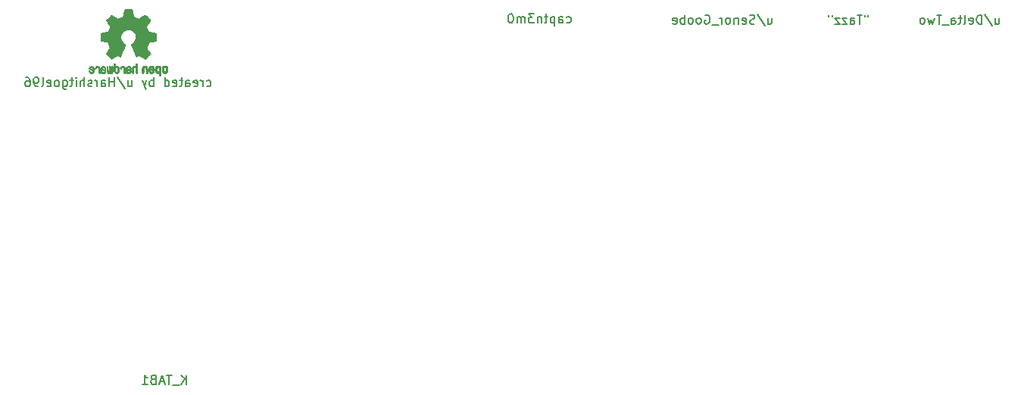
<source format=gbr>
G04 #@! TF.GenerationSoftware,KiCad,Pcbnew,(5.1.5)-3*
G04 #@! TF.CreationDate,2020-03-17T18:41:03+05:30*
G04 #@! TF.ProjectId,ergocape,6572676f-6361-4706-952e-6b696361645f,rev?*
G04 #@! TF.SameCoordinates,Original*
G04 #@! TF.FileFunction,Legend,Bot*
G04 #@! TF.FilePolarity,Positive*
%FSLAX46Y46*%
G04 Gerber Fmt 4.6, Leading zero omitted, Abs format (unit mm)*
G04 Created by KiCad (PCBNEW (5.1.5)-3) date 2020-03-17 18:41:03*
%MOMM*%
%LPD*%
G04 APERTURE LIST*
%ADD10C,0.150000*%
%ADD11C,0.010000*%
G04 APERTURE END LIST*
D10*
X64895761Y-26439761D02*
X64991000Y-26487380D01*
X65181476Y-26487380D01*
X65276714Y-26439761D01*
X65324333Y-26392142D01*
X65371952Y-26296904D01*
X65371952Y-26011190D01*
X65324333Y-25915952D01*
X65276714Y-25868333D01*
X65181476Y-25820714D01*
X64991000Y-25820714D01*
X64895761Y-25868333D01*
X64467190Y-26487380D02*
X64467190Y-25820714D01*
X64467190Y-26011190D02*
X64419571Y-25915952D01*
X64371952Y-25868333D01*
X64276714Y-25820714D01*
X64181476Y-25820714D01*
X63467190Y-26439761D02*
X63562428Y-26487380D01*
X63752904Y-26487380D01*
X63848142Y-26439761D01*
X63895761Y-26344523D01*
X63895761Y-25963571D01*
X63848142Y-25868333D01*
X63752904Y-25820714D01*
X63562428Y-25820714D01*
X63467190Y-25868333D01*
X63419571Y-25963571D01*
X63419571Y-26058809D01*
X63895761Y-26154047D01*
X62562428Y-26487380D02*
X62562428Y-25963571D01*
X62610047Y-25868333D01*
X62705285Y-25820714D01*
X62895761Y-25820714D01*
X62991000Y-25868333D01*
X62562428Y-26439761D02*
X62657666Y-26487380D01*
X62895761Y-26487380D01*
X62991000Y-26439761D01*
X63038619Y-26344523D01*
X63038619Y-26249285D01*
X62991000Y-26154047D01*
X62895761Y-26106428D01*
X62657666Y-26106428D01*
X62562428Y-26058809D01*
X62229095Y-25820714D02*
X61848142Y-25820714D01*
X62086238Y-25487380D02*
X62086238Y-26344523D01*
X62038619Y-26439761D01*
X61943380Y-26487380D01*
X61848142Y-26487380D01*
X61133857Y-26439761D02*
X61229095Y-26487380D01*
X61419571Y-26487380D01*
X61514809Y-26439761D01*
X61562428Y-26344523D01*
X61562428Y-25963571D01*
X61514809Y-25868333D01*
X61419571Y-25820714D01*
X61229095Y-25820714D01*
X61133857Y-25868333D01*
X61086238Y-25963571D01*
X61086238Y-26058809D01*
X61562428Y-26154047D01*
X60229095Y-26487380D02*
X60229095Y-25487380D01*
X60229095Y-26439761D02*
X60324333Y-26487380D01*
X60514809Y-26487380D01*
X60610047Y-26439761D01*
X60657666Y-26392142D01*
X60705285Y-26296904D01*
X60705285Y-26011190D01*
X60657666Y-25915952D01*
X60610047Y-25868333D01*
X60514809Y-25820714D01*
X60324333Y-25820714D01*
X60229095Y-25868333D01*
X58991000Y-26487380D02*
X58991000Y-25487380D01*
X58991000Y-25868333D02*
X58895761Y-25820714D01*
X58705285Y-25820714D01*
X58610047Y-25868333D01*
X58562428Y-25915952D01*
X58514809Y-26011190D01*
X58514809Y-26296904D01*
X58562428Y-26392142D01*
X58610047Y-26439761D01*
X58705285Y-26487380D01*
X58895761Y-26487380D01*
X58991000Y-26439761D01*
X58181476Y-25820714D02*
X57943380Y-26487380D01*
X57705285Y-25820714D02*
X57943380Y-26487380D01*
X58038619Y-26725476D01*
X58086238Y-26773095D01*
X58181476Y-26820714D01*
X56133857Y-25820714D02*
X56133857Y-26487380D01*
X56562428Y-25820714D02*
X56562428Y-26344523D01*
X56514809Y-26439761D01*
X56419571Y-26487380D01*
X56276714Y-26487380D01*
X56181476Y-26439761D01*
X56133857Y-26392142D01*
X54943380Y-25439761D02*
X55800523Y-26725476D01*
X54610047Y-26487380D02*
X54610047Y-25487380D01*
X54610047Y-25963571D02*
X54038619Y-25963571D01*
X54038619Y-26487380D02*
X54038619Y-25487380D01*
X53133857Y-26487380D02*
X53133857Y-25963571D01*
X53181476Y-25868333D01*
X53276714Y-25820714D01*
X53467190Y-25820714D01*
X53562428Y-25868333D01*
X53133857Y-26439761D02*
X53229095Y-26487380D01*
X53467190Y-26487380D01*
X53562428Y-26439761D01*
X53610047Y-26344523D01*
X53610047Y-26249285D01*
X53562428Y-26154047D01*
X53467190Y-26106428D01*
X53229095Y-26106428D01*
X53133857Y-26058809D01*
X52657666Y-26487380D02*
X52657666Y-25820714D01*
X52657666Y-26011190D02*
X52610047Y-25915952D01*
X52562428Y-25868333D01*
X52467190Y-25820714D01*
X52371952Y-25820714D01*
X52086238Y-26439761D02*
X51991000Y-26487380D01*
X51800523Y-26487380D01*
X51705285Y-26439761D01*
X51657666Y-26344523D01*
X51657666Y-26296904D01*
X51705285Y-26201666D01*
X51800523Y-26154047D01*
X51943380Y-26154047D01*
X52038619Y-26106428D01*
X52086238Y-26011190D01*
X52086238Y-25963571D01*
X52038619Y-25868333D01*
X51943380Y-25820714D01*
X51800523Y-25820714D01*
X51705285Y-25868333D01*
X51229095Y-26487380D02*
X51229095Y-25487380D01*
X50800523Y-26487380D02*
X50800523Y-25963571D01*
X50848142Y-25868333D01*
X50943380Y-25820714D01*
X51086238Y-25820714D01*
X51181476Y-25868333D01*
X51229095Y-25915952D01*
X50324333Y-26487380D02*
X50324333Y-25820714D01*
X50324333Y-25487380D02*
X50371952Y-25535000D01*
X50324333Y-25582619D01*
X50276714Y-25535000D01*
X50324333Y-25487380D01*
X50324333Y-25582619D01*
X49991000Y-25820714D02*
X49610047Y-25820714D01*
X49848142Y-25487380D02*
X49848142Y-26344523D01*
X49800523Y-26439761D01*
X49705285Y-26487380D01*
X49610047Y-26487380D01*
X48848142Y-25820714D02*
X48848142Y-26630238D01*
X48895761Y-26725476D01*
X48943380Y-26773095D01*
X49038619Y-26820714D01*
X49181476Y-26820714D01*
X49276714Y-26773095D01*
X48848142Y-26439761D02*
X48943380Y-26487380D01*
X49133857Y-26487380D01*
X49229095Y-26439761D01*
X49276714Y-26392142D01*
X49324333Y-26296904D01*
X49324333Y-26011190D01*
X49276714Y-25915952D01*
X49229095Y-25868333D01*
X49133857Y-25820714D01*
X48943380Y-25820714D01*
X48848142Y-25868333D01*
X48229095Y-26487380D02*
X48324333Y-26439761D01*
X48371952Y-26392142D01*
X48419571Y-26296904D01*
X48419571Y-26011190D01*
X48371952Y-25915952D01*
X48324333Y-25868333D01*
X48229095Y-25820714D01*
X48086238Y-25820714D01*
X47991000Y-25868333D01*
X47943380Y-25915952D01*
X47895761Y-26011190D01*
X47895761Y-26296904D01*
X47943380Y-26392142D01*
X47991000Y-26439761D01*
X48086238Y-26487380D01*
X48229095Y-26487380D01*
X47086238Y-26439761D02*
X47181476Y-26487380D01*
X47371952Y-26487380D01*
X47467190Y-26439761D01*
X47514809Y-26344523D01*
X47514809Y-25963571D01*
X47467190Y-25868333D01*
X47371952Y-25820714D01*
X47181476Y-25820714D01*
X47086238Y-25868333D01*
X47038619Y-25963571D01*
X47038619Y-26058809D01*
X47514809Y-26154047D01*
X46467190Y-26487380D02*
X46562428Y-26439761D01*
X46610047Y-26344523D01*
X46610047Y-25487380D01*
X46038619Y-26487380D02*
X45848142Y-26487380D01*
X45752904Y-26439761D01*
X45705285Y-26392142D01*
X45610047Y-26249285D01*
X45562428Y-26058809D01*
X45562428Y-25677857D01*
X45610047Y-25582619D01*
X45657666Y-25535000D01*
X45752904Y-25487380D01*
X45943380Y-25487380D01*
X46038619Y-25535000D01*
X46086238Y-25582619D01*
X46133857Y-25677857D01*
X46133857Y-25915952D01*
X46086238Y-26011190D01*
X46038619Y-26058809D01*
X45943380Y-26106428D01*
X45752904Y-26106428D01*
X45657666Y-26058809D01*
X45610047Y-26011190D01*
X45562428Y-25915952D01*
X44705285Y-25487380D02*
X44895761Y-25487380D01*
X44991000Y-25535000D01*
X45038619Y-25582619D01*
X45133857Y-25725476D01*
X45181476Y-25915952D01*
X45181476Y-26296904D01*
X45133857Y-26392142D01*
X45086238Y-26439761D01*
X44991000Y-26487380D01*
X44800523Y-26487380D01*
X44705285Y-26439761D01*
X44657666Y-26392142D01*
X44610047Y-26296904D01*
X44610047Y-26058809D01*
X44657666Y-25963571D01*
X44705285Y-25915952D01*
X44800523Y-25868333D01*
X44991000Y-25868333D01*
X45086238Y-25915952D01*
X45133857Y-25963571D01*
X45181476Y-26058809D01*
X105131761Y-19327761D02*
X105227000Y-19375380D01*
X105417476Y-19375380D01*
X105512714Y-19327761D01*
X105560333Y-19280142D01*
X105607952Y-19184904D01*
X105607952Y-18899190D01*
X105560333Y-18803952D01*
X105512714Y-18756333D01*
X105417476Y-18708714D01*
X105227000Y-18708714D01*
X105131761Y-18756333D01*
X104274619Y-19375380D02*
X104274619Y-18851571D01*
X104322238Y-18756333D01*
X104417476Y-18708714D01*
X104607952Y-18708714D01*
X104703190Y-18756333D01*
X104274619Y-19327761D02*
X104369857Y-19375380D01*
X104607952Y-19375380D01*
X104703190Y-19327761D01*
X104750809Y-19232523D01*
X104750809Y-19137285D01*
X104703190Y-19042047D01*
X104607952Y-18994428D01*
X104369857Y-18994428D01*
X104274619Y-18946809D01*
X103798428Y-18708714D02*
X103798428Y-19708714D01*
X103798428Y-18756333D02*
X103703190Y-18708714D01*
X103512714Y-18708714D01*
X103417476Y-18756333D01*
X103369857Y-18803952D01*
X103322238Y-18899190D01*
X103322238Y-19184904D01*
X103369857Y-19280142D01*
X103417476Y-19327761D01*
X103512714Y-19375380D01*
X103703190Y-19375380D01*
X103798428Y-19327761D01*
X103036523Y-18708714D02*
X102655571Y-18708714D01*
X102893666Y-18375380D02*
X102893666Y-19232523D01*
X102846047Y-19327761D01*
X102750809Y-19375380D01*
X102655571Y-19375380D01*
X102322238Y-18708714D02*
X102322238Y-19375380D01*
X102322238Y-18803952D02*
X102274619Y-18756333D01*
X102179380Y-18708714D01*
X102036523Y-18708714D01*
X101941285Y-18756333D01*
X101893666Y-18851571D01*
X101893666Y-19375380D01*
X101512714Y-18375380D02*
X100893666Y-18375380D01*
X101227000Y-18756333D01*
X101084142Y-18756333D01*
X100988904Y-18803952D01*
X100941285Y-18851571D01*
X100893666Y-18946809D01*
X100893666Y-19184904D01*
X100941285Y-19280142D01*
X100988904Y-19327761D01*
X101084142Y-19375380D01*
X101369857Y-19375380D01*
X101465095Y-19327761D01*
X101512714Y-19280142D01*
X100465095Y-19375380D02*
X100465095Y-18708714D01*
X100465095Y-18803952D02*
X100417476Y-18756333D01*
X100322238Y-18708714D01*
X100179380Y-18708714D01*
X100084142Y-18756333D01*
X100036523Y-18851571D01*
X100036523Y-19375380D01*
X100036523Y-18851571D02*
X99988904Y-18756333D01*
X99893666Y-18708714D01*
X99750809Y-18708714D01*
X99655571Y-18756333D01*
X99607952Y-18851571D01*
X99607952Y-19375380D01*
X98941285Y-18375380D02*
X98846047Y-18375380D01*
X98750809Y-18423000D01*
X98703190Y-18470619D01*
X98655571Y-18565857D01*
X98607952Y-18756333D01*
X98607952Y-18994428D01*
X98655571Y-19184904D01*
X98703190Y-19280142D01*
X98750809Y-19327761D01*
X98846047Y-19375380D01*
X98941285Y-19375380D01*
X99036523Y-19327761D01*
X99084142Y-19280142D01*
X99131761Y-19184904D01*
X99179380Y-18994428D01*
X99179380Y-18756333D01*
X99131761Y-18565857D01*
X99084142Y-18470619D01*
X99036523Y-18423000D01*
X98941285Y-18375380D01*
X153074190Y-18835714D02*
X153074190Y-19502380D01*
X153502761Y-18835714D02*
X153502761Y-19359523D01*
X153455142Y-19454761D01*
X153359904Y-19502380D01*
X153217047Y-19502380D01*
X153121809Y-19454761D01*
X153074190Y-19407142D01*
X151883714Y-18454761D02*
X152740857Y-19740476D01*
X151550380Y-19502380D02*
X151550380Y-18502380D01*
X151312285Y-18502380D01*
X151169428Y-18550000D01*
X151074190Y-18645238D01*
X151026571Y-18740476D01*
X150978952Y-18930952D01*
X150978952Y-19073809D01*
X151026571Y-19264285D01*
X151074190Y-19359523D01*
X151169428Y-19454761D01*
X151312285Y-19502380D01*
X151550380Y-19502380D01*
X150169428Y-19454761D02*
X150264666Y-19502380D01*
X150455142Y-19502380D01*
X150550380Y-19454761D01*
X150598000Y-19359523D01*
X150598000Y-18978571D01*
X150550380Y-18883333D01*
X150455142Y-18835714D01*
X150264666Y-18835714D01*
X150169428Y-18883333D01*
X150121809Y-18978571D01*
X150121809Y-19073809D01*
X150598000Y-19169047D01*
X149550380Y-19502380D02*
X149645619Y-19454761D01*
X149693238Y-19359523D01*
X149693238Y-18502380D01*
X149312285Y-18835714D02*
X148931333Y-18835714D01*
X149169428Y-18502380D02*
X149169428Y-19359523D01*
X149121809Y-19454761D01*
X149026571Y-19502380D01*
X148931333Y-19502380D01*
X148169428Y-19502380D02*
X148169428Y-18978571D01*
X148217047Y-18883333D01*
X148312285Y-18835714D01*
X148502761Y-18835714D01*
X148598000Y-18883333D01*
X148169428Y-19454761D02*
X148264666Y-19502380D01*
X148502761Y-19502380D01*
X148598000Y-19454761D01*
X148645619Y-19359523D01*
X148645619Y-19264285D01*
X148598000Y-19169047D01*
X148502761Y-19121428D01*
X148264666Y-19121428D01*
X148169428Y-19073809D01*
X147931333Y-19597619D02*
X147169428Y-19597619D01*
X147074190Y-18502380D02*
X146502761Y-18502380D01*
X146788476Y-19502380D02*
X146788476Y-18502380D01*
X146264666Y-18835714D02*
X146074190Y-19502380D01*
X145883714Y-19026190D01*
X145693238Y-19502380D01*
X145502761Y-18835714D01*
X144978952Y-19502380D02*
X145074190Y-19454761D01*
X145121809Y-19407142D01*
X145169428Y-19311904D01*
X145169428Y-19026190D01*
X145121809Y-18930952D01*
X145074190Y-18883333D01*
X144978952Y-18835714D01*
X144836095Y-18835714D01*
X144740857Y-18883333D01*
X144693238Y-18930952D01*
X144645619Y-19026190D01*
X144645619Y-19311904D01*
X144693238Y-19407142D01*
X144740857Y-19454761D01*
X144836095Y-19502380D01*
X144978952Y-19502380D01*
X138866285Y-18502380D02*
X138866285Y-18692857D01*
X138485333Y-18502380D02*
X138485333Y-18692857D01*
X138199619Y-18502380D02*
X137628190Y-18502380D01*
X137913904Y-19502380D02*
X137913904Y-18502380D01*
X136866285Y-19502380D02*
X136866285Y-18978571D01*
X136913904Y-18883333D01*
X137009142Y-18835714D01*
X137199619Y-18835714D01*
X137294857Y-18883333D01*
X136866285Y-19454761D02*
X136961523Y-19502380D01*
X137199619Y-19502380D01*
X137294857Y-19454761D01*
X137342476Y-19359523D01*
X137342476Y-19264285D01*
X137294857Y-19169047D01*
X137199619Y-19121428D01*
X136961523Y-19121428D01*
X136866285Y-19073809D01*
X136485333Y-18835714D02*
X135961523Y-18835714D01*
X136485333Y-19502380D01*
X135961523Y-19502380D01*
X135675809Y-18835714D02*
X135152000Y-18835714D01*
X135675809Y-19502380D01*
X135152000Y-19502380D01*
X134818666Y-18502380D02*
X134818666Y-18692857D01*
X134437714Y-18502380D02*
X134437714Y-18692857D01*
X127650238Y-18835714D02*
X127650238Y-19502380D01*
X128078809Y-18835714D02*
X128078809Y-19359523D01*
X128031190Y-19454761D01*
X127935952Y-19502380D01*
X127793095Y-19502380D01*
X127697857Y-19454761D01*
X127650238Y-19407142D01*
X126459761Y-18454761D02*
X127316904Y-19740476D01*
X126174047Y-19454761D02*
X126031190Y-19502380D01*
X125793095Y-19502380D01*
X125697857Y-19454761D01*
X125650238Y-19407142D01*
X125602619Y-19311904D01*
X125602619Y-19216666D01*
X125650238Y-19121428D01*
X125697857Y-19073809D01*
X125793095Y-19026190D01*
X125983571Y-18978571D01*
X126078809Y-18930952D01*
X126126428Y-18883333D01*
X126174047Y-18788095D01*
X126174047Y-18692857D01*
X126126428Y-18597619D01*
X126078809Y-18550000D01*
X125983571Y-18502380D01*
X125745476Y-18502380D01*
X125602619Y-18550000D01*
X124793095Y-19454761D02*
X124888333Y-19502380D01*
X125078809Y-19502380D01*
X125174047Y-19454761D01*
X125221666Y-19359523D01*
X125221666Y-18978571D01*
X125174047Y-18883333D01*
X125078809Y-18835714D01*
X124888333Y-18835714D01*
X124793095Y-18883333D01*
X124745476Y-18978571D01*
X124745476Y-19073809D01*
X125221666Y-19169047D01*
X124316904Y-18835714D02*
X124316904Y-19502380D01*
X124316904Y-18930952D02*
X124269285Y-18883333D01*
X124174047Y-18835714D01*
X124031190Y-18835714D01*
X123935952Y-18883333D01*
X123888333Y-18978571D01*
X123888333Y-19502380D01*
X123269285Y-19502380D02*
X123364523Y-19454761D01*
X123412142Y-19407142D01*
X123459761Y-19311904D01*
X123459761Y-19026190D01*
X123412142Y-18930952D01*
X123364523Y-18883333D01*
X123269285Y-18835714D01*
X123126428Y-18835714D01*
X123031190Y-18883333D01*
X122983571Y-18930952D01*
X122935952Y-19026190D01*
X122935952Y-19311904D01*
X122983571Y-19407142D01*
X123031190Y-19454761D01*
X123126428Y-19502380D01*
X123269285Y-19502380D01*
X122507380Y-19502380D02*
X122507380Y-18835714D01*
X122507380Y-19026190D02*
X122459761Y-18930952D01*
X122412142Y-18883333D01*
X122316904Y-18835714D01*
X122221666Y-18835714D01*
X122126428Y-19597619D02*
X121364523Y-19597619D01*
X120602619Y-18550000D02*
X120697857Y-18502380D01*
X120840714Y-18502380D01*
X120983571Y-18550000D01*
X121078809Y-18645238D01*
X121126428Y-18740476D01*
X121174047Y-18930952D01*
X121174047Y-19073809D01*
X121126428Y-19264285D01*
X121078809Y-19359523D01*
X120983571Y-19454761D01*
X120840714Y-19502380D01*
X120745476Y-19502380D01*
X120602619Y-19454761D01*
X120555000Y-19407142D01*
X120555000Y-19073809D01*
X120745476Y-19073809D01*
X119983571Y-19502380D02*
X120078809Y-19454761D01*
X120126428Y-19407142D01*
X120174047Y-19311904D01*
X120174047Y-19026190D01*
X120126428Y-18930952D01*
X120078809Y-18883333D01*
X119983571Y-18835714D01*
X119840714Y-18835714D01*
X119745476Y-18883333D01*
X119697857Y-18930952D01*
X119650238Y-19026190D01*
X119650238Y-19311904D01*
X119697857Y-19407142D01*
X119745476Y-19454761D01*
X119840714Y-19502380D01*
X119983571Y-19502380D01*
X119078809Y-19502380D02*
X119174047Y-19454761D01*
X119221666Y-19407142D01*
X119269285Y-19311904D01*
X119269285Y-19026190D01*
X119221666Y-18930952D01*
X119174047Y-18883333D01*
X119078809Y-18835714D01*
X118935952Y-18835714D01*
X118840714Y-18883333D01*
X118793095Y-18930952D01*
X118745476Y-19026190D01*
X118745476Y-19311904D01*
X118793095Y-19407142D01*
X118840714Y-19454761D01*
X118935952Y-19502380D01*
X119078809Y-19502380D01*
X118316904Y-19502380D02*
X118316904Y-18502380D01*
X118316904Y-18883333D02*
X118221666Y-18835714D01*
X118031190Y-18835714D01*
X117935952Y-18883333D01*
X117888333Y-18930952D01*
X117840714Y-19026190D01*
X117840714Y-19311904D01*
X117888333Y-19407142D01*
X117935952Y-19454761D01*
X118031190Y-19502380D01*
X118221666Y-19502380D01*
X118316904Y-19454761D01*
X117031190Y-19454761D02*
X117126428Y-19502380D01*
X117316904Y-19502380D01*
X117412142Y-19454761D01*
X117459761Y-19359523D01*
X117459761Y-18978571D01*
X117412142Y-18883333D01*
X117316904Y-18835714D01*
X117126428Y-18835714D01*
X117031190Y-18883333D01*
X116983571Y-18978571D01*
X116983571Y-19073809D01*
X117459761Y-19169047D01*
D11*
G36*
X59365114Y-24174505D02*
G01*
X59290461Y-24211727D01*
X59224569Y-24280261D01*
X59206423Y-24305648D01*
X59186655Y-24338866D01*
X59173828Y-24374945D01*
X59166490Y-24423098D01*
X59163187Y-24492536D01*
X59162462Y-24584206D01*
X59165737Y-24709830D01*
X59177123Y-24804154D01*
X59198959Y-24874523D01*
X59233581Y-24928286D01*
X59283330Y-24972788D01*
X59286986Y-24975423D01*
X59336015Y-25002377D01*
X59395055Y-25015712D01*
X59470141Y-25019000D01*
X59592205Y-25019000D01*
X59592256Y-25137497D01*
X59593392Y-25203492D01*
X59600314Y-25242202D01*
X59618402Y-25265419D01*
X59653038Y-25284933D01*
X59661355Y-25288920D01*
X59700280Y-25307603D01*
X59730417Y-25319403D01*
X59752826Y-25320422D01*
X59768567Y-25306761D01*
X59778698Y-25274522D01*
X59784277Y-25219804D01*
X59786365Y-25138711D01*
X59786019Y-25027344D01*
X59784300Y-24881802D01*
X59783763Y-24838269D01*
X59781828Y-24688205D01*
X59780096Y-24590042D01*
X59592308Y-24590042D01*
X59591252Y-24673364D01*
X59586562Y-24727880D01*
X59575949Y-24763837D01*
X59557128Y-24791482D01*
X59544350Y-24804965D01*
X59492110Y-24844417D01*
X59445858Y-24847628D01*
X59398133Y-24815049D01*
X59396923Y-24813846D01*
X59377506Y-24788668D01*
X59365693Y-24754447D01*
X59359735Y-24701748D01*
X59357880Y-24621131D01*
X59357846Y-24603271D01*
X59362330Y-24492175D01*
X59376926Y-24415161D01*
X59403350Y-24368147D01*
X59443317Y-24347050D01*
X59466416Y-24344923D01*
X59521238Y-24354900D01*
X59558842Y-24387752D01*
X59581477Y-24447857D01*
X59591394Y-24539598D01*
X59592308Y-24590042D01*
X59780096Y-24590042D01*
X59779778Y-24572060D01*
X59777127Y-24484679D01*
X59773394Y-24420905D01*
X59768093Y-24375582D01*
X59760742Y-24343555D01*
X59750857Y-24319668D01*
X59737954Y-24298764D01*
X59732421Y-24290898D01*
X59659031Y-24216595D01*
X59566240Y-24174467D01*
X59458904Y-24162722D01*
X59365114Y-24174505D01*
G37*
X59365114Y-24174505D02*
X59290461Y-24211727D01*
X59224569Y-24280261D01*
X59206423Y-24305648D01*
X59186655Y-24338866D01*
X59173828Y-24374945D01*
X59166490Y-24423098D01*
X59163187Y-24492536D01*
X59162462Y-24584206D01*
X59165737Y-24709830D01*
X59177123Y-24804154D01*
X59198959Y-24874523D01*
X59233581Y-24928286D01*
X59283330Y-24972788D01*
X59286986Y-24975423D01*
X59336015Y-25002377D01*
X59395055Y-25015712D01*
X59470141Y-25019000D01*
X59592205Y-25019000D01*
X59592256Y-25137497D01*
X59593392Y-25203492D01*
X59600314Y-25242202D01*
X59618402Y-25265419D01*
X59653038Y-25284933D01*
X59661355Y-25288920D01*
X59700280Y-25307603D01*
X59730417Y-25319403D01*
X59752826Y-25320422D01*
X59768567Y-25306761D01*
X59778698Y-25274522D01*
X59784277Y-25219804D01*
X59786365Y-25138711D01*
X59786019Y-25027344D01*
X59784300Y-24881802D01*
X59783763Y-24838269D01*
X59781828Y-24688205D01*
X59780096Y-24590042D01*
X59592308Y-24590042D01*
X59591252Y-24673364D01*
X59586562Y-24727880D01*
X59575949Y-24763837D01*
X59557128Y-24791482D01*
X59544350Y-24804965D01*
X59492110Y-24844417D01*
X59445858Y-24847628D01*
X59398133Y-24815049D01*
X59396923Y-24813846D01*
X59377506Y-24788668D01*
X59365693Y-24754447D01*
X59359735Y-24701748D01*
X59357880Y-24621131D01*
X59357846Y-24603271D01*
X59362330Y-24492175D01*
X59376926Y-24415161D01*
X59403350Y-24368147D01*
X59443317Y-24347050D01*
X59466416Y-24344923D01*
X59521238Y-24354900D01*
X59558842Y-24387752D01*
X59581477Y-24447857D01*
X59591394Y-24539598D01*
X59592308Y-24590042D01*
X59780096Y-24590042D01*
X59779778Y-24572060D01*
X59777127Y-24484679D01*
X59773394Y-24420905D01*
X59768093Y-24375582D01*
X59760742Y-24343555D01*
X59750857Y-24319668D01*
X59737954Y-24298764D01*
X59732421Y-24290898D01*
X59659031Y-24216595D01*
X59566240Y-24174467D01*
X59458904Y-24162722D01*
X59365114Y-24174505D01*
G36*
X57862336Y-24185089D02*
G01*
X57799633Y-24221358D01*
X57756039Y-24257358D01*
X57724155Y-24295075D01*
X57702190Y-24341199D01*
X57688351Y-24402421D01*
X57680847Y-24485431D01*
X57677883Y-24596919D01*
X57677539Y-24677062D01*
X57677539Y-24972065D01*
X57843615Y-25046515D01*
X57853385Y-24723402D01*
X57857421Y-24602729D01*
X57861656Y-24515141D01*
X57866903Y-24454650D01*
X57873975Y-24415268D01*
X57883689Y-24391007D01*
X57896856Y-24375880D01*
X57901081Y-24372606D01*
X57965091Y-24347034D01*
X58029792Y-24357153D01*
X58068308Y-24384000D01*
X58083975Y-24403024D01*
X58094820Y-24427988D01*
X58101712Y-24465834D01*
X58105521Y-24523502D01*
X58107117Y-24607935D01*
X58107385Y-24695928D01*
X58107437Y-24806323D01*
X58109328Y-24884463D01*
X58115655Y-24937165D01*
X58129017Y-24971242D01*
X58152015Y-24993511D01*
X58187246Y-25010787D01*
X58234303Y-25028738D01*
X58285697Y-25048278D01*
X58279579Y-24701485D01*
X58277116Y-24576468D01*
X58274233Y-24484082D01*
X58270102Y-24417881D01*
X58263893Y-24371420D01*
X58254774Y-24338256D01*
X58241917Y-24311944D01*
X58226416Y-24288729D01*
X58151629Y-24214569D01*
X58060372Y-24171684D01*
X57961117Y-24161412D01*
X57862336Y-24185089D01*
G37*
X57862336Y-24185089D02*
X57799633Y-24221358D01*
X57756039Y-24257358D01*
X57724155Y-24295075D01*
X57702190Y-24341199D01*
X57688351Y-24402421D01*
X57680847Y-24485431D01*
X57677883Y-24596919D01*
X57677539Y-24677062D01*
X57677539Y-24972065D01*
X57843615Y-25046515D01*
X57853385Y-24723402D01*
X57857421Y-24602729D01*
X57861656Y-24515141D01*
X57866903Y-24454650D01*
X57873975Y-24415268D01*
X57883689Y-24391007D01*
X57896856Y-24375880D01*
X57901081Y-24372606D01*
X57965091Y-24347034D01*
X58029792Y-24357153D01*
X58068308Y-24384000D01*
X58083975Y-24403024D01*
X58094820Y-24427988D01*
X58101712Y-24465834D01*
X58105521Y-24523502D01*
X58107117Y-24607935D01*
X58107385Y-24695928D01*
X58107437Y-24806323D01*
X58109328Y-24884463D01*
X58115655Y-24937165D01*
X58129017Y-24971242D01*
X58152015Y-24993511D01*
X58187246Y-25010787D01*
X58234303Y-25028738D01*
X58285697Y-25048278D01*
X58279579Y-24701485D01*
X58277116Y-24576468D01*
X58274233Y-24484082D01*
X58270102Y-24417881D01*
X58263893Y-24371420D01*
X58254774Y-24338256D01*
X58241917Y-24311944D01*
X58226416Y-24288729D01*
X58151629Y-24214569D01*
X58060372Y-24171684D01*
X57961117Y-24161412D01*
X57862336Y-24185089D01*
G36*
X60117114Y-24177256D02*
G01*
X60025536Y-24225409D01*
X59957951Y-24302905D01*
X59933943Y-24352727D01*
X59915262Y-24427533D01*
X59905699Y-24522052D01*
X59904792Y-24625210D01*
X59912079Y-24725935D01*
X59927097Y-24813153D01*
X59949385Y-24875791D01*
X59956235Y-24886579D01*
X60037368Y-24967105D01*
X60133734Y-25015336D01*
X60238299Y-25029450D01*
X60344032Y-25007629D01*
X60373457Y-24994547D01*
X60430759Y-24954231D01*
X60481050Y-24900775D01*
X60485803Y-24893995D01*
X60505122Y-24861321D01*
X60517892Y-24826394D01*
X60525436Y-24780414D01*
X60529076Y-24714584D01*
X60530135Y-24620105D01*
X60530154Y-24598923D01*
X60530106Y-24592182D01*
X60334769Y-24592182D01*
X60333632Y-24681349D01*
X60329159Y-24740520D01*
X60319754Y-24778741D01*
X60303824Y-24805053D01*
X60295692Y-24813846D01*
X60248942Y-24847261D01*
X60203553Y-24845737D01*
X60157660Y-24816752D01*
X60130288Y-24785809D01*
X60114077Y-24740643D01*
X60104974Y-24669420D01*
X60104349Y-24661114D01*
X60102796Y-24532037D01*
X60119035Y-24436172D01*
X60152848Y-24374107D01*
X60204016Y-24346432D01*
X60222280Y-24344923D01*
X60270240Y-24352513D01*
X60303047Y-24378808D01*
X60323105Y-24429095D01*
X60332822Y-24508664D01*
X60334769Y-24592182D01*
X60530106Y-24592182D01*
X60529426Y-24498249D01*
X60526371Y-24427906D01*
X60519678Y-24379163D01*
X60508040Y-24343288D01*
X60490147Y-24311548D01*
X60486192Y-24305648D01*
X60419733Y-24226104D01*
X60347315Y-24179929D01*
X60259151Y-24161599D01*
X60229213Y-24160703D01*
X60117114Y-24177256D01*
G37*
X60117114Y-24177256D02*
X60025536Y-24225409D01*
X59957951Y-24302905D01*
X59933943Y-24352727D01*
X59915262Y-24427533D01*
X59905699Y-24522052D01*
X59904792Y-24625210D01*
X59912079Y-24725935D01*
X59927097Y-24813153D01*
X59949385Y-24875791D01*
X59956235Y-24886579D01*
X60037368Y-24967105D01*
X60133734Y-25015336D01*
X60238299Y-25029450D01*
X60344032Y-25007629D01*
X60373457Y-24994547D01*
X60430759Y-24954231D01*
X60481050Y-24900775D01*
X60485803Y-24893995D01*
X60505122Y-24861321D01*
X60517892Y-24826394D01*
X60525436Y-24780414D01*
X60529076Y-24714584D01*
X60530135Y-24620105D01*
X60530154Y-24598923D01*
X60530106Y-24592182D01*
X60334769Y-24592182D01*
X60333632Y-24681349D01*
X60329159Y-24740520D01*
X60319754Y-24778741D01*
X60303824Y-24805053D01*
X60295692Y-24813846D01*
X60248942Y-24847261D01*
X60203553Y-24845737D01*
X60157660Y-24816752D01*
X60130288Y-24785809D01*
X60114077Y-24740643D01*
X60104974Y-24669420D01*
X60104349Y-24661114D01*
X60102796Y-24532037D01*
X60119035Y-24436172D01*
X60152848Y-24374107D01*
X60204016Y-24346432D01*
X60222280Y-24344923D01*
X60270240Y-24352513D01*
X60303047Y-24378808D01*
X60323105Y-24429095D01*
X60332822Y-24508664D01*
X60334769Y-24592182D01*
X60530106Y-24592182D01*
X60529426Y-24498249D01*
X60526371Y-24427906D01*
X60519678Y-24379163D01*
X60508040Y-24343288D01*
X60490147Y-24311548D01*
X60486192Y-24305648D01*
X60419733Y-24226104D01*
X60347315Y-24179929D01*
X60259151Y-24161599D01*
X60229213Y-24160703D01*
X60117114Y-24177256D01*
G36*
X58599746Y-24189745D02*
G01*
X58522714Y-24241567D01*
X58463184Y-24316412D01*
X58427622Y-24411654D01*
X58420429Y-24481756D01*
X58421246Y-24511009D01*
X58428086Y-24533407D01*
X58446888Y-24553474D01*
X58483592Y-24575733D01*
X58544138Y-24604709D01*
X58634466Y-24644927D01*
X58634923Y-24645129D01*
X58718067Y-24683210D01*
X58786247Y-24717025D01*
X58832495Y-24742933D01*
X58849842Y-24757295D01*
X58849846Y-24757411D01*
X58834557Y-24788685D01*
X58798804Y-24823157D01*
X58757758Y-24847990D01*
X58736963Y-24852923D01*
X58680230Y-24835862D01*
X58631373Y-24793133D01*
X58607535Y-24746155D01*
X58584603Y-24711522D01*
X58539682Y-24672081D01*
X58486877Y-24638009D01*
X58440290Y-24619480D01*
X58430548Y-24618462D01*
X58419582Y-24635215D01*
X58418921Y-24678039D01*
X58426980Y-24735781D01*
X58442173Y-24797289D01*
X58462914Y-24851409D01*
X58463962Y-24853510D01*
X58526379Y-24940660D01*
X58607274Y-24999939D01*
X58699144Y-25029034D01*
X58794487Y-25025634D01*
X58885802Y-24987428D01*
X58889862Y-24984741D01*
X58961694Y-24919642D01*
X59008927Y-24834705D01*
X59035066Y-24723021D01*
X59038574Y-24691643D01*
X59044787Y-24543536D01*
X59037339Y-24474468D01*
X58849846Y-24474468D01*
X58847410Y-24517552D01*
X58834086Y-24530126D01*
X58800868Y-24520719D01*
X58748506Y-24498483D01*
X58689976Y-24470610D01*
X58688521Y-24469872D01*
X58638911Y-24443777D01*
X58619000Y-24426363D01*
X58623910Y-24408107D01*
X58644584Y-24384120D01*
X58697181Y-24349406D01*
X58753823Y-24346856D01*
X58804631Y-24372119D01*
X58839724Y-24420847D01*
X58849846Y-24474468D01*
X59037339Y-24474468D01*
X59032008Y-24425036D01*
X58999222Y-24331055D01*
X58953579Y-24265215D01*
X58871198Y-24198681D01*
X58780454Y-24165676D01*
X58687815Y-24163573D01*
X58599746Y-24189745D01*
G37*
X58599746Y-24189745D02*
X58522714Y-24241567D01*
X58463184Y-24316412D01*
X58427622Y-24411654D01*
X58420429Y-24481756D01*
X58421246Y-24511009D01*
X58428086Y-24533407D01*
X58446888Y-24553474D01*
X58483592Y-24575733D01*
X58544138Y-24604709D01*
X58634466Y-24644927D01*
X58634923Y-24645129D01*
X58718067Y-24683210D01*
X58786247Y-24717025D01*
X58832495Y-24742933D01*
X58849842Y-24757295D01*
X58849846Y-24757411D01*
X58834557Y-24788685D01*
X58798804Y-24823157D01*
X58757758Y-24847990D01*
X58736963Y-24852923D01*
X58680230Y-24835862D01*
X58631373Y-24793133D01*
X58607535Y-24746155D01*
X58584603Y-24711522D01*
X58539682Y-24672081D01*
X58486877Y-24638009D01*
X58440290Y-24619480D01*
X58430548Y-24618462D01*
X58419582Y-24635215D01*
X58418921Y-24678039D01*
X58426980Y-24735781D01*
X58442173Y-24797289D01*
X58462914Y-24851409D01*
X58463962Y-24853510D01*
X58526379Y-24940660D01*
X58607274Y-24999939D01*
X58699144Y-25029034D01*
X58794487Y-25025634D01*
X58885802Y-24987428D01*
X58889862Y-24984741D01*
X58961694Y-24919642D01*
X59008927Y-24834705D01*
X59035066Y-24723021D01*
X59038574Y-24691643D01*
X59044787Y-24543536D01*
X59037339Y-24474468D01*
X58849846Y-24474468D01*
X58847410Y-24517552D01*
X58834086Y-24530126D01*
X58800868Y-24520719D01*
X58748506Y-24498483D01*
X58689976Y-24470610D01*
X58688521Y-24469872D01*
X58638911Y-24443777D01*
X58619000Y-24426363D01*
X58623910Y-24408107D01*
X58644584Y-24384120D01*
X58697181Y-24349406D01*
X58753823Y-24346856D01*
X58804631Y-24372119D01*
X58839724Y-24420847D01*
X58849846Y-24474468D01*
X59037339Y-24474468D01*
X59032008Y-24425036D01*
X58999222Y-24331055D01*
X58953579Y-24265215D01*
X58871198Y-24198681D01*
X58780454Y-24165676D01*
X58687815Y-24163573D01*
X58599746Y-24189745D01*
G36*
X56974154Y-24082120D02*
G01*
X56968428Y-24161980D01*
X56961851Y-24209039D01*
X56952738Y-24229566D01*
X56939402Y-24229829D01*
X56935077Y-24227378D01*
X56877556Y-24209636D01*
X56802732Y-24210672D01*
X56726661Y-24228910D01*
X56679082Y-24252505D01*
X56630298Y-24290198D01*
X56594636Y-24332855D01*
X56570155Y-24387057D01*
X56554913Y-24459384D01*
X56546970Y-24556419D01*
X56544384Y-24684742D01*
X56544338Y-24709358D01*
X56544308Y-24985870D01*
X56605839Y-25007320D01*
X56649541Y-25021912D01*
X56673518Y-25028706D01*
X56674223Y-25028769D01*
X56676585Y-25010345D01*
X56678594Y-24959526D01*
X56680099Y-24882993D01*
X56680947Y-24787430D01*
X56681077Y-24729329D01*
X56681349Y-24614771D01*
X56682748Y-24532667D01*
X56686151Y-24476393D01*
X56692433Y-24439326D01*
X56702471Y-24414844D01*
X56717139Y-24396325D01*
X56726298Y-24387406D01*
X56789211Y-24351466D01*
X56857864Y-24348775D01*
X56920152Y-24379170D01*
X56931671Y-24390144D01*
X56948567Y-24410779D01*
X56960286Y-24435256D01*
X56967767Y-24470647D01*
X56971946Y-24524026D01*
X56973763Y-24602466D01*
X56974154Y-24710617D01*
X56974154Y-24985870D01*
X57035685Y-25007320D01*
X57079387Y-25021912D01*
X57103364Y-25028706D01*
X57104070Y-25028769D01*
X57105874Y-25010069D01*
X57107500Y-24957322D01*
X57108883Y-24875557D01*
X57109958Y-24769805D01*
X57110660Y-24645094D01*
X57110923Y-24506455D01*
X57110923Y-23971806D01*
X56983923Y-23918236D01*
X56974154Y-24082120D01*
G37*
X56974154Y-24082120D02*
X56968428Y-24161980D01*
X56961851Y-24209039D01*
X56952738Y-24229566D01*
X56939402Y-24229829D01*
X56935077Y-24227378D01*
X56877556Y-24209636D01*
X56802732Y-24210672D01*
X56726661Y-24228910D01*
X56679082Y-24252505D01*
X56630298Y-24290198D01*
X56594636Y-24332855D01*
X56570155Y-24387057D01*
X56554913Y-24459384D01*
X56546970Y-24556419D01*
X56544384Y-24684742D01*
X56544338Y-24709358D01*
X56544308Y-24985870D01*
X56605839Y-25007320D01*
X56649541Y-25021912D01*
X56673518Y-25028706D01*
X56674223Y-25028769D01*
X56676585Y-25010345D01*
X56678594Y-24959526D01*
X56680099Y-24882993D01*
X56680947Y-24787430D01*
X56681077Y-24729329D01*
X56681349Y-24614771D01*
X56682748Y-24532667D01*
X56686151Y-24476393D01*
X56692433Y-24439326D01*
X56702471Y-24414844D01*
X56717139Y-24396325D01*
X56726298Y-24387406D01*
X56789211Y-24351466D01*
X56857864Y-24348775D01*
X56920152Y-24379170D01*
X56931671Y-24390144D01*
X56948567Y-24410779D01*
X56960286Y-24435256D01*
X56967767Y-24470647D01*
X56971946Y-24524026D01*
X56973763Y-24602466D01*
X56974154Y-24710617D01*
X56974154Y-24985870D01*
X57035685Y-25007320D01*
X57079387Y-25021912D01*
X57103364Y-25028706D01*
X57104070Y-25028769D01*
X57105874Y-25010069D01*
X57107500Y-24957322D01*
X57108883Y-24875557D01*
X57109958Y-24769805D01*
X57110660Y-24645094D01*
X57110923Y-24506455D01*
X57110923Y-23971806D01*
X56983923Y-23918236D01*
X56974154Y-24082120D01*
G36*
X56080499Y-24216303D02*
G01*
X56003940Y-24244733D01*
X56003064Y-24245279D01*
X55955715Y-24280127D01*
X55920759Y-24320852D01*
X55896175Y-24373925D01*
X55879938Y-24445814D01*
X55870025Y-24542992D01*
X55864414Y-24671928D01*
X55863923Y-24690298D01*
X55856859Y-24967287D01*
X55916305Y-24998028D01*
X55959319Y-25018802D01*
X55985290Y-25028646D01*
X55986491Y-25028769D01*
X55990986Y-25010606D01*
X55994556Y-24961612D01*
X55996752Y-24890031D01*
X55997231Y-24832068D01*
X55997242Y-24738170D01*
X56001534Y-24679203D01*
X56016497Y-24651079D01*
X56048518Y-24649706D01*
X56103986Y-24670998D01*
X56187731Y-24710136D01*
X56249311Y-24742643D01*
X56280983Y-24770845D01*
X56290294Y-24801582D01*
X56290308Y-24803104D01*
X56274943Y-24856054D01*
X56229453Y-24884660D01*
X56159834Y-24888803D01*
X56109687Y-24888084D01*
X56083246Y-24902527D01*
X56066757Y-24937218D01*
X56057267Y-24981416D01*
X56070943Y-25006493D01*
X56076093Y-25010082D01*
X56124575Y-25024496D01*
X56192469Y-25026537D01*
X56262388Y-25016983D01*
X56311932Y-24999522D01*
X56380430Y-24941364D01*
X56419366Y-24860408D01*
X56427077Y-24797160D01*
X56421193Y-24740111D01*
X56399899Y-24693542D01*
X56357735Y-24652181D01*
X56289241Y-24610755D01*
X56188956Y-24563993D01*
X56182846Y-24561350D01*
X56092510Y-24519617D01*
X56036765Y-24485391D01*
X56012871Y-24454635D01*
X56018087Y-24423311D01*
X56049672Y-24387383D01*
X56059117Y-24379116D01*
X56122383Y-24347058D01*
X56187936Y-24348407D01*
X56245028Y-24379838D01*
X56282907Y-24438024D01*
X56286426Y-24449446D01*
X56320700Y-24504837D01*
X56364191Y-24531518D01*
X56427077Y-24557960D01*
X56427077Y-24489548D01*
X56407948Y-24390110D01*
X56351169Y-24298902D01*
X56321622Y-24268389D01*
X56254458Y-24229228D01*
X56169044Y-24211500D01*
X56080499Y-24216303D01*
G37*
X56080499Y-24216303D02*
X56003940Y-24244733D01*
X56003064Y-24245279D01*
X55955715Y-24280127D01*
X55920759Y-24320852D01*
X55896175Y-24373925D01*
X55879938Y-24445814D01*
X55870025Y-24542992D01*
X55864414Y-24671928D01*
X55863923Y-24690298D01*
X55856859Y-24967287D01*
X55916305Y-24998028D01*
X55959319Y-25018802D01*
X55985290Y-25028646D01*
X55986491Y-25028769D01*
X55990986Y-25010606D01*
X55994556Y-24961612D01*
X55996752Y-24890031D01*
X55997231Y-24832068D01*
X55997242Y-24738170D01*
X56001534Y-24679203D01*
X56016497Y-24651079D01*
X56048518Y-24649706D01*
X56103986Y-24670998D01*
X56187731Y-24710136D01*
X56249311Y-24742643D01*
X56280983Y-24770845D01*
X56290294Y-24801582D01*
X56290308Y-24803104D01*
X56274943Y-24856054D01*
X56229453Y-24884660D01*
X56159834Y-24888803D01*
X56109687Y-24888084D01*
X56083246Y-24902527D01*
X56066757Y-24937218D01*
X56057267Y-24981416D01*
X56070943Y-25006493D01*
X56076093Y-25010082D01*
X56124575Y-25024496D01*
X56192469Y-25026537D01*
X56262388Y-25016983D01*
X56311932Y-24999522D01*
X56380430Y-24941364D01*
X56419366Y-24860408D01*
X56427077Y-24797160D01*
X56421193Y-24740111D01*
X56399899Y-24693542D01*
X56357735Y-24652181D01*
X56289241Y-24610755D01*
X56188956Y-24563993D01*
X56182846Y-24561350D01*
X56092510Y-24519617D01*
X56036765Y-24485391D01*
X56012871Y-24454635D01*
X56018087Y-24423311D01*
X56049672Y-24387383D01*
X56059117Y-24379116D01*
X56122383Y-24347058D01*
X56187936Y-24348407D01*
X56245028Y-24379838D01*
X56282907Y-24438024D01*
X56286426Y-24449446D01*
X56320700Y-24504837D01*
X56364191Y-24531518D01*
X56427077Y-24557960D01*
X56427077Y-24489548D01*
X56407948Y-24390110D01*
X56351169Y-24298902D01*
X56321622Y-24268389D01*
X56254458Y-24229228D01*
X56169044Y-24211500D01*
X56080499Y-24216303D01*
G36*
X55420638Y-24214670D02*
G01*
X55331883Y-24247421D01*
X55259978Y-24305350D01*
X55231856Y-24346128D01*
X55201198Y-24420954D01*
X55201835Y-24475058D01*
X55234013Y-24511446D01*
X55245919Y-24517633D01*
X55297325Y-24536925D01*
X55323578Y-24531982D01*
X55332470Y-24499587D01*
X55332923Y-24481692D01*
X55349203Y-24415859D01*
X55391635Y-24369807D01*
X55450612Y-24347564D01*
X55516525Y-24353161D01*
X55570105Y-24382229D01*
X55588202Y-24398810D01*
X55601029Y-24418925D01*
X55609694Y-24449332D01*
X55615304Y-24496788D01*
X55618965Y-24568050D01*
X55621785Y-24669875D01*
X55622516Y-24702115D01*
X55625180Y-24812410D01*
X55628208Y-24890036D01*
X55632750Y-24941396D01*
X55639954Y-24972890D01*
X55650967Y-24990920D01*
X55666940Y-25001888D01*
X55677166Y-25006733D01*
X55720594Y-25023301D01*
X55746158Y-25028769D01*
X55754605Y-25010507D01*
X55759761Y-24955296D01*
X55761654Y-24862499D01*
X55760311Y-24731478D01*
X55759893Y-24711269D01*
X55756942Y-24591733D01*
X55753452Y-24504449D01*
X55748486Y-24442591D01*
X55741107Y-24399336D01*
X55730376Y-24367860D01*
X55715355Y-24341339D01*
X55707498Y-24329975D01*
X55662447Y-24279692D01*
X55612060Y-24240581D01*
X55605892Y-24237167D01*
X55515542Y-24210212D01*
X55420638Y-24214670D01*
G37*
X55420638Y-24214670D02*
X55331883Y-24247421D01*
X55259978Y-24305350D01*
X55231856Y-24346128D01*
X55201198Y-24420954D01*
X55201835Y-24475058D01*
X55234013Y-24511446D01*
X55245919Y-24517633D01*
X55297325Y-24536925D01*
X55323578Y-24531982D01*
X55332470Y-24499587D01*
X55332923Y-24481692D01*
X55349203Y-24415859D01*
X55391635Y-24369807D01*
X55450612Y-24347564D01*
X55516525Y-24353161D01*
X55570105Y-24382229D01*
X55588202Y-24398810D01*
X55601029Y-24418925D01*
X55609694Y-24449332D01*
X55615304Y-24496788D01*
X55618965Y-24568050D01*
X55621785Y-24669875D01*
X55622516Y-24702115D01*
X55625180Y-24812410D01*
X55628208Y-24890036D01*
X55632750Y-24941396D01*
X55639954Y-24972890D01*
X55650967Y-24990920D01*
X55666940Y-25001888D01*
X55677166Y-25006733D01*
X55720594Y-25023301D01*
X55746158Y-25028769D01*
X55754605Y-25010507D01*
X55759761Y-24955296D01*
X55761654Y-24862499D01*
X55760311Y-24731478D01*
X55759893Y-24711269D01*
X55756942Y-24591733D01*
X55753452Y-24504449D01*
X55748486Y-24442591D01*
X55741107Y-24399336D01*
X55730376Y-24367860D01*
X55715355Y-24341339D01*
X55707498Y-24329975D01*
X55662447Y-24279692D01*
X55612060Y-24240581D01*
X55605892Y-24237167D01*
X55515542Y-24210212D01*
X55420638Y-24214670D01*
G36*
X54531919Y-24370289D02*
G01*
X54532167Y-24516320D01*
X54533128Y-24628655D01*
X54535206Y-24712678D01*
X54538807Y-24773769D01*
X54544335Y-24817309D01*
X54552196Y-24848679D01*
X54562793Y-24873262D01*
X54570818Y-24887294D01*
X54637272Y-24963388D01*
X54721530Y-25011084D01*
X54814751Y-25028199D01*
X54908100Y-25012546D01*
X54963688Y-24984418D01*
X55022043Y-24935760D01*
X55061814Y-24876333D01*
X55085810Y-24798507D01*
X55096839Y-24694652D01*
X55098401Y-24618462D01*
X55098191Y-24612986D01*
X54961692Y-24612986D01*
X54960859Y-24700355D01*
X54957039Y-24758192D01*
X54948254Y-24796029D01*
X54932526Y-24823398D01*
X54913734Y-24844042D01*
X54850625Y-24883890D01*
X54782863Y-24887295D01*
X54718821Y-24854025D01*
X54713836Y-24849517D01*
X54692561Y-24826067D01*
X54679221Y-24798166D01*
X54671999Y-24756641D01*
X54669077Y-24692316D01*
X54668615Y-24621200D01*
X54669617Y-24531858D01*
X54673762Y-24472258D01*
X54682764Y-24433089D01*
X54698333Y-24405040D01*
X54711098Y-24390144D01*
X54770400Y-24352575D01*
X54838699Y-24348057D01*
X54903890Y-24376753D01*
X54916472Y-24387406D01*
X54937889Y-24411063D01*
X54951256Y-24439251D01*
X54958434Y-24481245D01*
X54961281Y-24546319D01*
X54961692Y-24612986D01*
X55098191Y-24612986D01*
X55093678Y-24495765D01*
X55077638Y-24403577D01*
X55047472Y-24334269D01*
X55000371Y-24280211D01*
X54963688Y-24252505D01*
X54897010Y-24222572D01*
X54819728Y-24208678D01*
X54747890Y-24212397D01*
X54707692Y-24227400D01*
X54691918Y-24231670D01*
X54681450Y-24215750D01*
X54674144Y-24173089D01*
X54668615Y-24108106D01*
X54662563Y-24035732D01*
X54654156Y-23992187D01*
X54638859Y-23967287D01*
X54612136Y-23950845D01*
X54595346Y-23943564D01*
X54531846Y-23916963D01*
X54531919Y-24370289D01*
G37*
X54531919Y-24370289D02*
X54532167Y-24516320D01*
X54533128Y-24628655D01*
X54535206Y-24712678D01*
X54538807Y-24773769D01*
X54544335Y-24817309D01*
X54552196Y-24848679D01*
X54562793Y-24873262D01*
X54570818Y-24887294D01*
X54637272Y-24963388D01*
X54721530Y-25011084D01*
X54814751Y-25028199D01*
X54908100Y-25012546D01*
X54963688Y-24984418D01*
X55022043Y-24935760D01*
X55061814Y-24876333D01*
X55085810Y-24798507D01*
X55096839Y-24694652D01*
X55098401Y-24618462D01*
X55098191Y-24612986D01*
X54961692Y-24612986D01*
X54960859Y-24700355D01*
X54957039Y-24758192D01*
X54948254Y-24796029D01*
X54932526Y-24823398D01*
X54913734Y-24844042D01*
X54850625Y-24883890D01*
X54782863Y-24887295D01*
X54718821Y-24854025D01*
X54713836Y-24849517D01*
X54692561Y-24826067D01*
X54679221Y-24798166D01*
X54671999Y-24756641D01*
X54669077Y-24692316D01*
X54668615Y-24621200D01*
X54669617Y-24531858D01*
X54673762Y-24472258D01*
X54682764Y-24433089D01*
X54698333Y-24405040D01*
X54711098Y-24390144D01*
X54770400Y-24352575D01*
X54838699Y-24348057D01*
X54903890Y-24376753D01*
X54916472Y-24387406D01*
X54937889Y-24411063D01*
X54951256Y-24439251D01*
X54958434Y-24481245D01*
X54961281Y-24546319D01*
X54961692Y-24612986D01*
X55098191Y-24612986D01*
X55093678Y-24495765D01*
X55077638Y-24403577D01*
X55047472Y-24334269D01*
X55000371Y-24280211D01*
X54963688Y-24252505D01*
X54897010Y-24222572D01*
X54819728Y-24208678D01*
X54747890Y-24212397D01*
X54707692Y-24227400D01*
X54691918Y-24231670D01*
X54681450Y-24215750D01*
X54674144Y-24173089D01*
X54668615Y-24108106D01*
X54662563Y-24035732D01*
X54654156Y-23992187D01*
X54638859Y-23967287D01*
X54612136Y-23950845D01*
X54595346Y-23943564D01*
X54531846Y-23916963D01*
X54531919Y-24370289D01*
G36*
X53738071Y-24226662D02*
G01*
X53735089Y-24278068D01*
X53732753Y-24356192D01*
X53731251Y-24454857D01*
X53730769Y-24558343D01*
X53730769Y-24908533D01*
X53792599Y-24970363D01*
X53835207Y-25008462D01*
X53872610Y-25023895D01*
X53923730Y-25022918D01*
X53944022Y-25020433D01*
X54007446Y-25013200D01*
X54059905Y-25009055D01*
X54072692Y-25008672D01*
X54115801Y-25011176D01*
X54177456Y-25017462D01*
X54201362Y-25020433D01*
X54260078Y-25025028D01*
X54299536Y-25015046D01*
X54338662Y-24984228D01*
X54352785Y-24970363D01*
X54414615Y-24908533D01*
X54414615Y-24253503D01*
X54364850Y-24230829D01*
X54321998Y-24214034D01*
X54296927Y-24208154D01*
X54290499Y-24226736D01*
X54284491Y-24278655D01*
X54279303Y-24358172D01*
X54275336Y-24459546D01*
X54273423Y-24545192D01*
X54268077Y-24882231D01*
X54221440Y-24888825D01*
X54179024Y-24884214D01*
X54158240Y-24869287D01*
X54152430Y-24841377D01*
X54147470Y-24781925D01*
X54143754Y-24698466D01*
X54141676Y-24598532D01*
X54141376Y-24547104D01*
X54141077Y-24251054D01*
X54079546Y-24229604D01*
X54035996Y-24215020D01*
X54012306Y-24208219D01*
X54011623Y-24208154D01*
X54009246Y-24226642D01*
X54006634Y-24277906D01*
X54004005Y-24355649D01*
X54001579Y-24453574D01*
X53999885Y-24545192D01*
X53994539Y-24882231D01*
X53877308Y-24882231D01*
X53871928Y-24574746D01*
X53866549Y-24267261D01*
X53809399Y-24237707D01*
X53767203Y-24217413D01*
X53742230Y-24208204D01*
X53741509Y-24208154D01*
X53738071Y-24226662D01*
G37*
X53738071Y-24226662D02*
X53735089Y-24278068D01*
X53732753Y-24356192D01*
X53731251Y-24454857D01*
X53730769Y-24558343D01*
X53730769Y-24908533D01*
X53792599Y-24970363D01*
X53835207Y-25008462D01*
X53872610Y-25023895D01*
X53923730Y-25022918D01*
X53944022Y-25020433D01*
X54007446Y-25013200D01*
X54059905Y-25009055D01*
X54072692Y-25008672D01*
X54115801Y-25011176D01*
X54177456Y-25017462D01*
X54201362Y-25020433D01*
X54260078Y-25025028D01*
X54299536Y-25015046D01*
X54338662Y-24984228D01*
X54352785Y-24970363D01*
X54414615Y-24908533D01*
X54414615Y-24253503D01*
X54364850Y-24230829D01*
X54321998Y-24214034D01*
X54296927Y-24208154D01*
X54290499Y-24226736D01*
X54284491Y-24278655D01*
X54279303Y-24358172D01*
X54275336Y-24459546D01*
X54273423Y-24545192D01*
X54268077Y-24882231D01*
X54221440Y-24888825D01*
X54179024Y-24884214D01*
X54158240Y-24869287D01*
X54152430Y-24841377D01*
X54147470Y-24781925D01*
X54143754Y-24698466D01*
X54141676Y-24598532D01*
X54141376Y-24547104D01*
X54141077Y-24251054D01*
X54079546Y-24229604D01*
X54035996Y-24215020D01*
X54012306Y-24208219D01*
X54011623Y-24208154D01*
X54009246Y-24226642D01*
X54006634Y-24277906D01*
X54004005Y-24355649D01*
X54001579Y-24453574D01*
X53999885Y-24545192D01*
X53994539Y-24882231D01*
X53877308Y-24882231D01*
X53871928Y-24574746D01*
X53866549Y-24267261D01*
X53809399Y-24237707D01*
X53767203Y-24217413D01*
X53742230Y-24208204D01*
X53741509Y-24208154D01*
X53738071Y-24226662D01*
G36*
X53246667Y-24223528D02*
G01*
X53190410Y-24249117D01*
X53146253Y-24280124D01*
X53113899Y-24314795D01*
X53091562Y-24359520D01*
X53077454Y-24420692D01*
X53069789Y-24504701D01*
X53066780Y-24617940D01*
X53066462Y-24692509D01*
X53066462Y-24983420D01*
X53116227Y-25006095D01*
X53155424Y-25022667D01*
X53174843Y-25028769D01*
X53178558Y-25010610D01*
X53181505Y-24961648D01*
X53183309Y-24890153D01*
X53183692Y-24833385D01*
X53185339Y-24751371D01*
X53189778Y-24686309D01*
X53196260Y-24646467D01*
X53201410Y-24638000D01*
X53236023Y-24646646D01*
X53290360Y-24668823D01*
X53353278Y-24698886D01*
X53413632Y-24731192D01*
X53460279Y-24760098D01*
X53482074Y-24779961D01*
X53482161Y-24780175D01*
X53480286Y-24816935D01*
X53463475Y-24852026D01*
X53433961Y-24880528D01*
X53390884Y-24890061D01*
X53354068Y-24888950D01*
X53301926Y-24888133D01*
X53274556Y-24900349D01*
X53258118Y-24932624D01*
X53256045Y-24938710D01*
X53248919Y-24984739D01*
X53267976Y-25012687D01*
X53317647Y-25026007D01*
X53371303Y-25028470D01*
X53467858Y-25010210D01*
X53517841Y-24984131D01*
X53579571Y-24922868D01*
X53612310Y-24847670D01*
X53615247Y-24768211D01*
X53587576Y-24694167D01*
X53545953Y-24647769D01*
X53504396Y-24621793D01*
X53439078Y-24588907D01*
X53362962Y-24555557D01*
X53350274Y-24550461D01*
X53266667Y-24513565D01*
X53218470Y-24481046D01*
X53202970Y-24448718D01*
X53217450Y-24412394D01*
X53242308Y-24384000D01*
X53301061Y-24349039D01*
X53365707Y-24346417D01*
X53424992Y-24373358D01*
X53467661Y-24427088D01*
X53473261Y-24440950D01*
X53505867Y-24491936D01*
X53553470Y-24529787D01*
X53613539Y-24560850D01*
X53613539Y-24472768D01*
X53610003Y-24418951D01*
X53594844Y-24376534D01*
X53561232Y-24331279D01*
X53528965Y-24296420D01*
X53478791Y-24247062D01*
X53439807Y-24220547D01*
X53397936Y-24209911D01*
X53350540Y-24208154D01*
X53246667Y-24223528D01*
G37*
X53246667Y-24223528D02*
X53190410Y-24249117D01*
X53146253Y-24280124D01*
X53113899Y-24314795D01*
X53091562Y-24359520D01*
X53077454Y-24420692D01*
X53069789Y-24504701D01*
X53066780Y-24617940D01*
X53066462Y-24692509D01*
X53066462Y-24983420D01*
X53116227Y-25006095D01*
X53155424Y-25022667D01*
X53174843Y-25028769D01*
X53178558Y-25010610D01*
X53181505Y-24961648D01*
X53183309Y-24890153D01*
X53183692Y-24833385D01*
X53185339Y-24751371D01*
X53189778Y-24686309D01*
X53196260Y-24646467D01*
X53201410Y-24638000D01*
X53236023Y-24646646D01*
X53290360Y-24668823D01*
X53353278Y-24698886D01*
X53413632Y-24731192D01*
X53460279Y-24760098D01*
X53482074Y-24779961D01*
X53482161Y-24780175D01*
X53480286Y-24816935D01*
X53463475Y-24852026D01*
X53433961Y-24880528D01*
X53390884Y-24890061D01*
X53354068Y-24888950D01*
X53301926Y-24888133D01*
X53274556Y-24900349D01*
X53258118Y-24932624D01*
X53256045Y-24938710D01*
X53248919Y-24984739D01*
X53267976Y-25012687D01*
X53317647Y-25026007D01*
X53371303Y-25028470D01*
X53467858Y-25010210D01*
X53517841Y-24984131D01*
X53579571Y-24922868D01*
X53612310Y-24847670D01*
X53615247Y-24768211D01*
X53587576Y-24694167D01*
X53545953Y-24647769D01*
X53504396Y-24621793D01*
X53439078Y-24588907D01*
X53362962Y-24555557D01*
X53350274Y-24550461D01*
X53266667Y-24513565D01*
X53218470Y-24481046D01*
X53202970Y-24448718D01*
X53217450Y-24412394D01*
X53242308Y-24384000D01*
X53301061Y-24349039D01*
X53365707Y-24346417D01*
X53424992Y-24373358D01*
X53467661Y-24427088D01*
X53473261Y-24440950D01*
X53505867Y-24491936D01*
X53553470Y-24529787D01*
X53613539Y-24560850D01*
X53613539Y-24472768D01*
X53610003Y-24418951D01*
X53594844Y-24376534D01*
X53561232Y-24331279D01*
X53528965Y-24296420D01*
X53478791Y-24247062D01*
X53439807Y-24220547D01*
X53397936Y-24209911D01*
X53350540Y-24208154D01*
X53246667Y-24223528D01*
G36*
X52563193Y-24226782D02*
G01*
X52539839Y-24236988D01*
X52484098Y-24281134D01*
X52436431Y-24344967D01*
X52406952Y-24413087D01*
X52402154Y-24446670D01*
X52418240Y-24493556D01*
X52453525Y-24518365D01*
X52491356Y-24533387D01*
X52508679Y-24536155D01*
X52517114Y-24516066D01*
X52533770Y-24472351D01*
X52541077Y-24452598D01*
X52582052Y-24384271D01*
X52641378Y-24350191D01*
X52717448Y-24351239D01*
X52723082Y-24352581D01*
X52763695Y-24371836D01*
X52793552Y-24409375D01*
X52813945Y-24469809D01*
X52826164Y-24557751D01*
X52831500Y-24677813D01*
X52832000Y-24741698D01*
X52832248Y-24842403D01*
X52833874Y-24911054D01*
X52838199Y-24954673D01*
X52846546Y-24980282D01*
X52860235Y-24994903D01*
X52880589Y-25005558D01*
X52881766Y-25006095D01*
X52920962Y-25022667D01*
X52940381Y-25028769D01*
X52943365Y-25010319D01*
X52945919Y-24959323D01*
X52947860Y-24882308D01*
X52949003Y-24785805D01*
X52949231Y-24715184D01*
X52948068Y-24578525D01*
X52943521Y-24474851D01*
X52934001Y-24398108D01*
X52917919Y-24342246D01*
X52893687Y-24301212D01*
X52859714Y-24268954D01*
X52826167Y-24246440D01*
X52745501Y-24216476D01*
X52651619Y-24209718D01*
X52563193Y-24226782D01*
G37*
X52563193Y-24226782D02*
X52539839Y-24236988D01*
X52484098Y-24281134D01*
X52436431Y-24344967D01*
X52406952Y-24413087D01*
X52402154Y-24446670D01*
X52418240Y-24493556D01*
X52453525Y-24518365D01*
X52491356Y-24533387D01*
X52508679Y-24536155D01*
X52517114Y-24516066D01*
X52533770Y-24472351D01*
X52541077Y-24452598D01*
X52582052Y-24384271D01*
X52641378Y-24350191D01*
X52717448Y-24351239D01*
X52723082Y-24352581D01*
X52763695Y-24371836D01*
X52793552Y-24409375D01*
X52813945Y-24469809D01*
X52826164Y-24557751D01*
X52831500Y-24677813D01*
X52832000Y-24741698D01*
X52832248Y-24842403D01*
X52833874Y-24911054D01*
X52838199Y-24954673D01*
X52846546Y-24980282D01*
X52860235Y-24994903D01*
X52880589Y-25005558D01*
X52881766Y-25006095D01*
X52920962Y-25022667D01*
X52940381Y-25028769D01*
X52943365Y-25010319D01*
X52945919Y-24959323D01*
X52947860Y-24882308D01*
X52949003Y-24785805D01*
X52949231Y-24715184D01*
X52948068Y-24578525D01*
X52943521Y-24474851D01*
X52934001Y-24398108D01*
X52917919Y-24342246D01*
X52893687Y-24301212D01*
X52859714Y-24268954D01*
X52826167Y-24246440D01*
X52745501Y-24216476D01*
X52651619Y-24209718D01*
X52563193Y-24226782D01*
G36*
X51888776Y-24237838D02*
G01*
X51811472Y-24288361D01*
X51774186Y-24333590D01*
X51744647Y-24415663D01*
X51742301Y-24480607D01*
X51747615Y-24567445D01*
X51947885Y-24655103D01*
X52045261Y-24699887D01*
X52108887Y-24735913D01*
X52141971Y-24767117D01*
X52147720Y-24797436D01*
X52129342Y-24830805D01*
X52109077Y-24852923D01*
X52050111Y-24888393D01*
X51985976Y-24890879D01*
X51927074Y-24863235D01*
X51883803Y-24808320D01*
X51876064Y-24788928D01*
X51838994Y-24728364D01*
X51796346Y-24702552D01*
X51737846Y-24680471D01*
X51737846Y-24764184D01*
X51743018Y-24821150D01*
X51763277Y-24869189D01*
X51805738Y-24924346D01*
X51812049Y-24931514D01*
X51859280Y-24980585D01*
X51899879Y-25006920D01*
X51950672Y-25019035D01*
X51992780Y-25023003D01*
X52068098Y-25023991D01*
X52121714Y-25011466D01*
X52155162Y-24992869D01*
X52207732Y-24951975D01*
X52244121Y-24907748D01*
X52267150Y-24852126D01*
X52279641Y-24777047D01*
X52284413Y-24674449D01*
X52284794Y-24622376D01*
X52283499Y-24559948D01*
X52165529Y-24559948D01*
X52164161Y-24593438D01*
X52160751Y-24598923D01*
X52138247Y-24591472D01*
X52089818Y-24571753D01*
X52025092Y-24543718D01*
X52011557Y-24537692D01*
X51929756Y-24496096D01*
X51884688Y-24459538D01*
X51874783Y-24425296D01*
X51898474Y-24390648D01*
X51918040Y-24375339D01*
X51988640Y-24344721D01*
X52054720Y-24349780D01*
X52110041Y-24387151D01*
X52148364Y-24453473D01*
X52160651Y-24506116D01*
X52165529Y-24559948D01*
X52283499Y-24559948D01*
X52282270Y-24500720D01*
X52272968Y-24410710D01*
X52254540Y-24345167D01*
X52224640Y-24296912D01*
X52180920Y-24258767D01*
X52161859Y-24246440D01*
X52075274Y-24214336D01*
X51980478Y-24212316D01*
X51888776Y-24237838D01*
G37*
X51888776Y-24237838D02*
X51811472Y-24288361D01*
X51774186Y-24333590D01*
X51744647Y-24415663D01*
X51742301Y-24480607D01*
X51747615Y-24567445D01*
X51947885Y-24655103D01*
X52045261Y-24699887D01*
X52108887Y-24735913D01*
X52141971Y-24767117D01*
X52147720Y-24797436D01*
X52129342Y-24830805D01*
X52109077Y-24852923D01*
X52050111Y-24888393D01*
X51985976Y-24890879D01*
X51927074Y-24863235D01*
X51883803Y-24808320D01*
X51876064Y-24788928D01*
X51838994Y-24728364D01*
X51796346Y-24702552D01*
X51737846Y-24680471D01*
X51737846Y-24764184D01*
X51743018Y-24821150D01*
X51763277Y-24869189D01*
X51805738Y-24924346D01*
X51812049Y-24931514D01*
X51859280Y-24980585D01*
X51899879Y-25006920D01*
X51950672Y-25019035D01*
X51992780Y-25023003D01*
X52068098Y-25023991D01*
X52121714Y-25011466D01*
X52155162Y-24992869D01*
X52207732Y-24951975D01*
X52244121Y-24907748D01*
X52267150Y-24852126D01*
X52279641Y-24777047D01*
X52284413Y-24674449D01*
X52284794Y-24622376D01*
X52283499Y-24559948D01*
X52165529Y-24559948D01*
X52164161Y-24593438D01*
X52160751Y-24598923D01*
X52138247Y-24591472D01*
X52089818Y-24571753D01*
X52025092Y-24543718D01*
X52011557Y-24537692D01*
X51929756Y-24496096D01*
X51884688Y-24459538D01*
X51874783Y-24425296D01*
X51898474Y-24390648D01*
X51918040Y-24375339D01*
X51988640Y-24344721D01*
X52054720Y-24349780D01*
X52110041Y-24387151D01*
X52148364Y-24453473D01*
X52160651Y-24506116D01*
X52165529Y-24559948D01*
X52283499Y-24559948D01*
X52282270Y-24500720D01*
X52272968Y-24410710D01*
X52254540Y-24345167D01*
X52224640Y-24296912D01*
X52180920Y-24258767D01*
X52161859Y-24246440D01*
X52075274Y-24214336D01*
X51980478Y-24212316D01*
X51888776Y-24237838D01*
G36*
X55994122Y-17877776D02*
G01*
X55888388Y-17878355D01*
X55811868Y-17879922D01*
X55759628Y-17882972D01*
X55726737Y-17887996D01*
X55708263Y-17895489D01*
X55699273Y-17905944D01*
X55694837Y-17919853D01*
X55694406Y-17921654D01*
X55687667Y-17954145D01*
X55675192Y-18018252D01*
X55658281Y-18107151D01*
X55638229Y-18214019D01*
X55616336Y-18332033D01*
X55615571Y-18336178D01*
X55593641Y-18451831D01*
X55573123Y-18554014D01*
X55555341Y-18636598D01*
X55541619Y-18693456D01*
X55533282Y-18718458D01*
X55532884Y-18718901D01*
X55508323Y-18731110D01*
X55457685Y-18751456D01*
X55391905Y-18775545D01*
X55391539Y-18775674D01*
X55308683Y-18806818D01*
X55211000Y-18846491D01*
X55118923Y-18886381D01*
X55114566Y-18888353D01*
X54964593Y-18956420D01*
X54632502Y-18729639D01*
X54530626Y-18660504D01*
X54438343Y-18598697D01*
X54360997Y-18547733D01*
X54303936Y-18511127D01*
X54272505Y-18492394D01*
X54269521Y-18491004D01*
X54246679Y-18497190D01*
X54204018Y-18527035D01*
X54139872Y-18581947D01*
X54052579Y-18663334D01*
X53963465Y-18749922D01*
X53877559Y-18835247D01*
X53800673Y-18913108D01*
X53737436Y-18978697D01*
X53692477Y-19027205D01*
X53670424Y-19053825D01*
X53669604Y-19055195D01*
X53667166Y-19073463D01*
X53676350Y-19103295D01*
X53699426Y-19148721D01*
X53738663Y-19213770D01*
X53796330Y-19302470D01*
X53873205Y-19416657D01*
X53941430Y-19517162D01*
X54002418Y-19607303D01*
X54052644Y-19681849D01*
X54088584Y-19735565D01*
X54106713Y-19763218D01*
X54107854Y-19765095D01*
X54105641Y-19791590D01*
X54088862Y-19843086D01*
X54060858Y-19909851D01*
X54050878Y-19931172D01*
X54007328Y-20026159D01*
X53960866Y-20133937D01*
X53923123Y-20227192D01*
X53895927Y-20296406D01*
X53874325Y-20349006D01*
X53861842Y-20376497D01*
X53860291Y-20378616D01*
X53837332Y-20382124D01*
X53783214Y-20391738D01*
X53705132Y-20406089D01*
X53610281Y-20423807D01*
X53505857Y-20443525D01*
X53399056Y-20463874D01*
X53297074Y-20483486D01*
X53207106Y-20500991D01*
X53136347Y-20515022D01*
X53091994Y-20524209D01*
X53081115Y-20526807D01*
X53069878Y-20533218D01*
X53061395Y-20547697D01*
X53055286Y-20575133D01*
X53051168Y-20620411D01*
X53048659Y-20688420D01*
X53047379Y-20784047D01*
X53046946Y-20912180D01*
X53046923Y-20964701D01*
X53046923Y-21391845D01*
X53149500Y-21412091D01*
X53206569Y-21423070D01*
X53291731Y-21439095D01*
X53394628Y-21458233D01*
X53504904Y-21478551D01*
X53535385Y-21484132D01*
X53637145Y-21503917D01*
X53725795Y-21523373D01*
X53793892Y-21540697D01*
X53833996Y-21554088D01*
X53840677Y-21558079D01*
X53857081Y-21586342D01*
X53880601Y-21641109D01*
X53906684Y-21711588D01*
X53911858Y-21726769D01*
X53946044Y-21820896D01*
X53988477Y-21927101D01*
X54030003Y-22022473D01*
X54030208Y-22022916D01*
X54099360Y-22172525D01*
X53644488Y-22841617D01*
X53936500Y-23134116D01*
X54024820Y-23221170D01*
X54105375Y-23297909D01*
X54173640Y-23360237D01*
X54225092Y-23404056D01*
X54255206Y-23425270D01*
X54259526Y-23426616D01*
X54284889Y-23416016D01*
X54336642Y-23386547D01*
X54409132Y-23341705D01*
X54496706Y-23284984D01*
X54591388Y-23221462D01*
X54687484Y-23156668D01*
X54773163Y-23100287D01*
X54842984Y-23055788D01*
X54891506Y-23026639D01*
X54913218Y-23016308D01*
X54939707Y-23025050D01*
X54989938Y-23048087D01*
X55053549Y-23080631D01*
X55060292Y-23084249D01*
X55145954Y-23127210D01*
X55204694Y-23148279D01*
X55241228Y-23148503D01*
X55260269Y-23128928D01*
X55260380Y-23128654D01*
X55269898Y-23105472D01*
X55292597Y-23050441D01*
X55326718Y-22967822D01*
X55370500Y-22861872D01*
X55422184Y-22736852D01*
X55480008Y-22597020D01*
X55536009Y-22461637D01*
X55597553Y-22312234D01*
X55654061Y-22173832D01*
X55703839Y-22050673D01*
X55745194Y-21947002D01*
X55776432Y-21867059D01*
X55795859Y-21815088D01*
X55801846Y-21795692D01*
X55786832Y-21773443D01*
X55747561Y-21737982D01*
X55695193Y-21698887D01*
X55546059Y-21575245D01*
X55429489Y-21433522D01*
X55346882Y-21276704D01*
X55299634Y-21107775D01*
X55289143Y-20929722D01*
X55296769Y-20847539D01*
X55338318Y-20677031D01*
X55409877Y-20526459D01*
X55507005Y-20397309D01*
X55625266Y-20291064D01*
X55760220Y-20209210D01*
X55907429Y-20153232D01*
X56062456Y-20124615D01*
X56220861Y-20124844D01*
X56378206Y-20155405D01*
X56530054Y-20217782D01*
X56671965Y-20313460D01*
X56731197Y-20367572D01*
X56844797Y-20506520D01*
X56923894Y-20658361D01*
X56969014Y-20818667D01*
X56980684Y-20983012D01*
X56959431Y-21146971D01*
X56905780Y-21306118D01*
X56820260Y-21456025D01*
X56703395Y-21592267D01*
X56572807Y-21698887D01*
X56518412Y-21739642D01*
X56479986Y-21774718D01*
X56466154Y-21795726D01*
X56473397Y-21818635D01*
X56493995Y-21873365D01*
X56526254Y-21955672D01*
X56568479Y-22061315D01*
X56618977Y-22186050D01*
X56676052Y-22325636D01*
X56732146Y-22461670D01*
X56794033Y-22611201D01*
X56851356Y-22749767D01*
X56902356Y-22873107D01*
X56945273Y-22976964D01*
X56978347Y-23057080D01*
X56999819Y-23109195D01*
X57007775Y-23128654D01*
X57026571Y-23148423D01*
X57062926Y-23148365D01*
X57121521Y-23127441D01*
X57207032Y-23084613D01*
X57207708Y-23084249D01*
X57272093Y-23051012D01*
X57324139Y-23026802D01*
X57353488Y-23016404D01*
X57354783Y-23016308D01*
X57376876Y-23026855D01*
X57425652Y-23056184D01*
X57495669Y-23100827D01*
X57581486Y-23157314D01*
X57676612Y-23221462D01*
X57773460Y-23286411D01*
X57860747Y-23342896D01*
X57932819Y-23387421D01*
X57984023Y-23416490D01*
X58008474Y-23426616D01*
X58030990Y-23413307D01*
X58076258Y-23376112D01*
X58139756Y-23319128D01*
X58216961Y-23246449D01*
X58303349Y-23162171D01*
X58331601Y-23134016D01*
X58623713Y-22841416D01*
X58401369Y-22515104D01*
X58333798Y-22414897D01*
X58274493Y-22324963D01*
X58226783Y-22250510D01*
X58193993Y-22196751D01*
X58179452Y-22168894D01*
X58179026Y-22166912D01*
X58186692Y-22140655D01*
X58207311Y-22087837D01*
X58237315Y-22017310D01*
X58258375Y-21970093D01*
X58297752Y-21879694D01*
X58334835Y-21788366D01*
X58363585Y-21711200D01*
X58371395Y-21687692D01*
X58393583Y-21624916D01*
X58415273Y-21576411D01*
X58427187Y-21558079D01*
X58453477Y-21546859D01*
X58510858Y-21530954D01*
X58591882Y-21512167D01*
X58689105Y-21492299D01*
X58732615Y-21484132D01*
X58843104Y-21463829D01*
X58949084Y-21444170D01*
X59040199Y-21427088D01*
X59106092Y-21414518D01*
X59118500Y-21412091D01*
X59221077Y-21391845D01*
X59221077Y-20964701D01*
X59220847Y-20824246D01*
X59219901Y-20717979D01*
X59217859Y-20641013D01*
X59214338Y-20588460D01*
X59208957Y-20555433D01*
X59201334Y-20537045D01*
X59191088Y-20528408D01*
X59186885Y-20526807D01*
X59161530Y-20521127D01*
X59105516Y-20509795D01*
X59026036Y-20494179D01*
X58930288Y-20475647D01*
X58825467Y-20455569D01*
X58718768Y-20435312D01*
X58617387Y-20416246D01*
X58528521Y-20399739D01*
X58459363Y-20387159D01*
X58417111Y-20379875D01*
X58407710Y-20378616D01*
X58399193Y-20361763D01*
X58380340Y-20316870D01*
X58354676Y-20252430D01*
X58344877Y-20227192D01*
X58305352Y-20129686D01*
X58258808Y-20021959D01*
X58217123Y-19931172D01*
X58186450Y-19861753D01*
X58166044Y-19804710D01*
X58159232Y-19769777D01*
X58160318Y-19765095D01*
X58174715Y-19742991D01*
X58207588Y-19693831D01*
X58255410Y-19622848D01*
X58314652Y-19535278D01*
X58381785Y-19436357D01*
X58395059Y-19416830D01*
X58472954Y-19301140D01*
X58530213Y-19213044D01*
X58569119Y-19148486D01*
X58591956Y-19103411D01*
X58601006Y-19073763D01*
X58598552Y-19055485D01*
X58598489Y-19055369D01*
X58579173Y-19031361D01*
X58536449Y-18984947D01*
X58474949Y-18920937D01*
X58399302Y-18844145D01*
X58314139Y-18759382D01*
X58304535Y-18749922D01*
X58197210Y-18645989D01*
X58114385Y-18569675D01*
X58054395Y-18519571D01*
X58015577Y-18494270D01*
X57998480Y-18491004D01*
X57973527Y-18505250D01*
X57921745Y-18538156D01*
X57848480Y-18586208D01*
X57759080Y-18645890D01*
X57658889Y-18713688D01*
X57635499Y-18729639D01*
X57303407Y-18956420D01*
X57153435Y-18888353D01*
X57062230Y-18848685D01*
X56964331Y-18808791D01*
X56880169Y-18776983D01*
X56876462Y-18775674D01*
X56810631Y-18751576D01*
X56759884Y-18731200D01*
X56735158Y-18718936D01*
X56735116Y-18718901D01*
X56727271Y-18696734D01*
X56713934Y-18642217D01*
X56696430Y-18561480D01*
X56676083Y-18460650D01*
X56654218Y-18345856D01*
X56652429Y-18336178D01*
X56630496Y-18217904D01*
X56610360Y-18110542D01*
X56593320Y-18020917D01*
X56580672Y-17955851D01*
X56573716Y-17922168D01*
X56573594Y-17921654D01*
X56569361Y-17907325D01*
X56561129Y-17896507D01*
X56543967Y-17888706D01*
X56512942Y-17883429D01*
X56463122Y-17880182D01*
X56389576Y-17878472D01*
X56287371Y-17877807D01*
X56151575Y-17877693D01*
X56134000Y-17877692D01*
X55994122Y-17877776D01*
G37*
X55994122Y-17877776D02*
X55888388Y-17878355D01*
X55811868Y-17879922D01*
X55759628Y-17882972D01*
X55726737Y-17887996D01*
X55708263Y-17895489D01*
X55699273Y-17905944D01*
X55694837Y-17919853D01*
X55694406Y-17921654D01*
X55687667Y-17954145D01*
X55675192Y-18018252D01*
X55658281Y-18107151D01*
X55638229Y-18214019D01*
X55616336Y-18332033D01*
X55615571Y-18336178D01*
X55593641Y-18451831D01*
X55573123Y-18554014D01*
X55555341Y-18636598D01*
X55541619Y-18693456D01*
X55533282Y-18718458D01*
X55532884Y-18718901D01*
X55508323Y-18731110D01*
X55457685Y-18751456D01*
X55391905Y-18775545D01*
X55391539Y-18775674D01*
X55308683Y-18806818D01*
X55211000Y-18846491D01*
X55118923Y-18886381D01*
X55114566Y-18888353D01*
X54964593Y-18956420D01*
X54632502Y-18729639D01*
X54530626Y-18660504D01*
X54438343Y-18598697D01*
X54360997Y-18547733D01*
X54303936Y-18511127D01*
X54272505Y-18492394D01*
X54269521Y-18491004D01*
X54246679Y-18497190D01*
X54204018Y-18527035D01*
X54139872Y-18581947D01*
X54052579Y-18663334D01*
X53963465Y-18749922D01*
X53877559Y-18835247D01*
X53800673Y-18913108D01*
X53737436Y-18978697D01*
X53692477Y-19027205D01*
X53670424Y-19053825D01*
X53669604Y-19055195D01*
X53667166Y-19073463D01*
X53676350Y-19103295D01*
X53699426Y-19148721D01*
X53738663Y-19213770D01*
X53796330Y-19302470D01*
X53873205Y-19416657D01*
X53941430Y-19517162D01*
X54002418Y-19607303D01*
X54052644Y-19681849D01*
X54088584Y-19735565D01*
X54106713Y-19763218D01*
X54107854Y-19765095D01*
X54105641Y-19791590D01*
X54088862Y-19843086D01*
X54060858Y-19909851D01*
X54050878Y-19931172D01*
X54007328Y-20026159D01*
X53960866Y-20133937D01*
X53923123Y-20227192D01*
X53895927Y-20296406D01*
X53874325Y-20349006D01*
X53861842Y-20376497D01*
X53860291Y-20378616D01*
X53837332Y-20382124D01*
X53783214Y-20391738D01*
X53705132Y-20406089D01*
X53610281Y-20423807D01*
X53505857Y-20443525D01*
X53399056Y-20463874D01*
X53297074Y-20483486D01*
X53207106Y-20500991D01*
X53136347Y-20515022D01*
X53091994Y-20524209D01*
X53081115Y-20526807D01*
X53069878Y-20533218D01*
X53061395Y-20547697D01*
X53055286Y-20575133D01*
X53051168Y-20620411D01*
X53048659Y-20688420D01*
X53047379Y-20784047D01*
X53046946Y-20912180D01*
X53046923Y-20964701D01*
X53046923Y-21391845D01*
X53149500Y-21412091D01*
X53206569Y-21423070D01*
X53291731Y-21439095D01*
X53394628Y-21458233D01*
X53504904Y-21478551D01*
X53535385Y-21484132D01*
X53637145Y-21503917D01*
X53725795Y-21523373D01*
X53793892Y-21540697D01*
X53833996Y-21554088D01*
X53840677Y-21558079D01*
X53857081Y-21586342D01*
X53880601Y-21641109D01*
X53906684Y-21711588D01*
X53911858Y-21726769D01*
X53946044Y-21820896D01*
X53988477Y-21927101D01*
X54030003Y-22022473D01*
X54030208Y-22022916D01*
X54099360Y-22172525D01*
X53644488Y-22841617D01*
X53936500Y-23134116D01*
X54024820Y-23221170D01*
X54105375Y-23297909D01*
X54173640Y-23360237D01*
X54225092Y-23404056D01*
X54255206Y-23425270D01*
X54259526Y-23426616D01*
X54284889Y-23416016D01*
X54336642Y-23386547D01*
X54409132Y-23341705D01*
X54496706Y-23284984D01*
X54591388Y-23221462D01*
X54687484Y-23156668D01*
X54773163Y-23100287D01*
X54842984Y-23055788D01*
X54891506Y-23026639D01*
X54913218Y-23016308D01*
X54939707Y-23025050D01*
X54989938Y-23048087D01*
X55053549Y-23080631D01*
X55060292Y-23084249D01*
X55145954Y-23127210D01*
X55204694Y-23148279D01*
X55241228Y-23148503D01*
X55260269Y-23128928D01*
X55260380Y-23128654D01*
X55269898Y-23105472D01*
X55292597Y-23050441D01*
X55326718Y-22967822D01*
X55370500Y-22861872D01*
X55422184Y-22736852D01*
X55480008Y-22597020D01*
X55536009Y-22461637D01*
X55597553Y-22312234D01*
X55654061Y-22173832D01*
X55703839Y-22050673D01*
X55745194Y-21947002D01*
X55776432Y-21867059D01*
X55795859Y-21815088D01*
X55801846Y-21795692D01*
X55786832Y-21773443D01*
X55747561Y-21737982D01*
X55695193Y-21698887D01*
X55546059Y-21575245D01*
X55429489Y-21433522D01*
X55346882Y-21276704D01*
X55299634Y-21107775D01*
X55289143Y-20929722D01*
X55296769Y-20847539D01*
X55338318Y-20677031D01*
X55409877Y-20526459D01*
X55507005Y-20397309D01*
X55625266Y-20291064D01*
X55760220Y-20209210D01*
X55907429Y-20153232D01*
X56062456Y-20124615D01*
X56220861Y-20124844D01*
X56378206Y-20155405D01*
X56530054Y-20217782D01*
X56671965Y-20313460D01*
X56731197Y-20367572D01*
X56844797Y-20506520D01*
X56923894Y-20658361D01*
X56969014Y-20818667D01*
X56980684Y-20983012D01*
X56959431Y-21146971D01*
X56905780Y-21306118D01*
X56820260Y-21456025D01*
X56703395Y-21592267D01*
X56572807Y-21698887D01*
X56518412Y-21739642D01*
X56479986Y-21774718D01*
X56466154Y-21795726D01*
X56473397Y-21818635D01*
X56493995Y-21873365D01*
X56526254Y-21955672D01*
X56568479Y-22061315D01*
X56618977Y-22186050D01*
X56676052Y-22325636D01*
X56732146Y-22461670D01*
X56794033Y-22611201D01*
X56851356Y-22749767D01*
X56902356Y-22873107D01*
X56945273Y-22976964D01*
X56978347Y-23057080D01*
X56999819Y-23109195D01*
X57007775Y-23128654D01*
X57026571Y-23148423D01*
X57062926Y-23148365D01*
X57121521Y-23127441D01*
X57207032Y-23084613D01*
X57207708Y-23084249D01*
X57272093Y-23051012D01*
X57324139Y-23026802D01*
X57353488Y-23016404D01*
X57354783Y-23016308D01*
X57376876Y-23026855D01*
X57425652Y-23056184D01*
X57495669Y-23100827D01*
X57581486Y-23157314D01*
X57676612Y-23221462D01*
X57773460Y-23286411D01*
X57860747Y-23342896D01*
X57932819Y-23387421D01*
X57984023Y-23416490D01*
X58008474Y-23426616D01*
X58030990Y-23413307D01*
X58076258Y-23376112D01*
X58139756Y-23319128D01*
X58216961Y-23246449D01*
X58303349Y-23162171D01*
X58331601Y-23134016D01*
X58623713Y-22841416D01*
X58401369Y-22515104D01*
X58333798Y-22414897D01*
X58274493Y-22324963D01*
X58226783Y-22250510D01*
X58193993Y-22196751D01*
X58179452Y-22168894D01*
X58179026Y-22166912D01*
X58186692Y-22140655D01*
X58207311Y-22087837D01*
X58237315Y-22017310D01*
X58258375Y-21970093D01*
X58297752Y-21879694D01*
X58334835Y-21788366D01*
X58363585Y-21711200D01*
X58371395Y-21687692D01*
X58393583Y-21624916D01*
X58415273Y-21576411D01*
X58427187Y-21558079D01*
X58453477Y-21546859D01*
X58510858Y-21530954D01*
X58591882Y-21512167D01*
X58689105Y-21492299D01*
X58732615Y-21484132D01*
X58843104Y-21463829D01*
X58949084Y-21444170D01*
X59040199Y-21427088D01*
X59106092Y-21414518D01*
X59118500Y-21412091D01*
X59221077Y-21391845D01*
X59221077Y-20964701D01*
X59220847Y-20824246D01*
X59219901Y-20717979D01*
X59217859Y-20641013D01*
X59214338Y-20588460D01*
X59208957Y-20555433D01*
X59201334Y-20537045D01*
X59191088Y-20528408D01*
X59186885Y-20526807D01*
X59161530Y-20521127D01*
X59105516Y-20509795D01*
X59026036Y-20494179D01*
X58930288Y-20475647D01*
X58825467Y-20455569D01*
X58718768Y-20435312D01*
X58617387Y-20416246D01*
X58528521Y-20399739D01*
X58459363Y-20387159D01*
X58417111Y-20379875D01*
X58407710Y-20378616D01*
X58399193Y-20361763D01*
X58380340Y-20316870D01*
X58354676Y-20252430D01*
X58344877Y-20227192D01*
X58305352Y-20129686D01*
X58258808Y-20021959D01*
X58217123Y-19931172D01*
X58186450Y-19861753D01*
X58166044Y-19804710D01*
X58159232Y-19769777D01*
X58160318Y-19765095D01*
X58174715Y-19742991D01*
X58207588Y-19693831D01*
X58255410Y-19622848D01*
X58314652Y-19535278D01*
X58381785Y-19436357D01*
X58395059Y-19416830D01*
X58472954Y-19301140D01*
X58530213Y-19213044D01*
X58569119Y-19148486D01*
X58591956Y-19103411D01*
X58601006Y-19073763D01*
X58598552Y-19055485D01*
X58598489Y-19055369D01*
X58579173Y-19031361D01*
X58536449Y-18984947D01*
X58474949Y-18920937D01*
X58399302Y-18844145D01*
X58314139Y-18759382D01*
X58304535Y-18749922D01*
X58197210Y-18645989D01*
X58114385Y-18569675D01*
X58054395Y-18519571D01*
X58015577Y-18494270D01*
X57998480Y-18491004D01*
X57973527Y-18505250D01*
X57921745Y-18538156D01*
X57848480Y-18586208D01*
X57759080Y-18645890D01*
X57658889Y-18713688D01*
X57635499Y-18729639D01*
X57303407Y-18956420D01*
X57153435Y-18888353D01*
X57062230Y-18848685D01*
X56964331Y-18808791D01*
X56880169Y-18776983D01*
X56876462Y-18775674D01*
X56810631Y-18751576D01*
X56759884Y-18731200D01*
X56735158Y-18718936D01*
X56735116Y-18718901D01*
X56727271Y-18696734D01*
X56713934Y-18642217D01*
X56696430Y-18561480D01*
X56676083Y-18460650D01*
X56654218Y-18345856D01*
X56652429Y-18336178D01*
X56630496Y-18217904D01*
X56610360Y-18110542D01*
X56593320Y-18020917D01*
X56580672Y-17955851D01*
X56573716Y-17922168D01*
X56573594Y-17921654D01*
X56569361Y-17907325D01*
X56561129Y-17896507D01*
X56543967Y-17888706D01*
X56512942Y-17883429D01*
X56463122Y-17880182D01*
X56389576Y-17878472D01*
X56287371Y-17877807D01*
X56151575Y-17877693D01*
X56134000Y-17877692D01*
X55994122Y-17877776D01*
D10*
X62616171Y-59801880D02*
X62616171Y-58801880D01*
X62044742Y-59801880D02*
X62473314Y-59230452D01*
X62044742Y-58801880D02*
X62616171Y-59373309D01*
X61854266Y-59897119D02*
X61092361Y-59897119D01*
X60997123Y-58801880D02*
X60425695Y-58801880D01*
X60711409Y-59801880D02*
X60711409Y-58801880D01*
X60139980Y-59516166D02*
X59663790Y-59516166D01*
X60235219Y-59801880D02*
X59901885Y-58801880D01*
X59568552Y-59801880D01*
X58901885Y-59278071D02*
X58759028Y-59325690D01*
X58711409Y-59373309D01*
X58663790Y-59468547D01*
X58663790Y-59611404D01*
X58711409Y-59706642D01*
X58759028Y-59754261D01*
X58854266Y-59801880D01*
X59235219Y-59801880D01*
X59235219Y-58801880D01*
X58901885Y-58801880D01*
X58806647Y-58849500D01*
X58759028Y-58897119D01*
X58711409Y-58992357D01*
X58711409Y-59087595D01*
X58759028Y-59182833D01*
X58806647Y-59230452D01*
X58901885Y-59278071D01*
X59235219Y-59278071D01*
X57711409Y-59801880D02*
X58282838Y-59801880D01*
X57997123Y-59801880D02*
X57997123Y-58801880D01*
X58092361Y-58944738D01*
X58187600Y-59039976D01*
X58282838Y-59087595D01*
M02*

</source>
